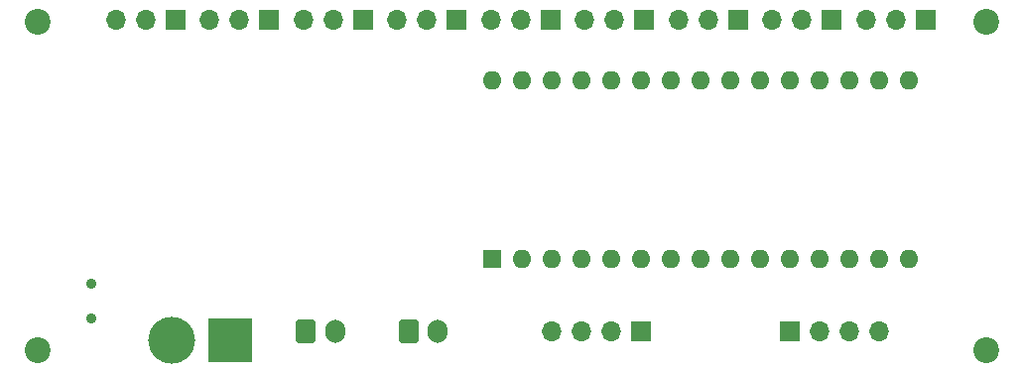
<source format=gbr>
%TF.GenerationSoftware,KiCad,Pcbnew,7.0.9*%
%TF.CreationDate,2024-01-21T19:27:48-06:00*%
%TF.ProjectId,Tei,5465692e-6b69-4636-9164-5f7063625858,1*%
%TF.SameCoordinates,Original*%
%TF.FileFunction,Soldermask,Bot*%
%TF.FilePolarity,Negative*%
%FSLAX46Y46*%
G04 Gerber Fmt 4.6, Leading zero omitted, Abs format (unit mm)*
G04 Created by KiCad (PCBNEW 7.0.9) date 2024-01-21 19:27:48*
%MOMM*%
%LPD*%
G01*
G04 APERTURE LIST*
G04 Aperture macros list*
%AMRoundRect*
0 Rectangle with rounded corners*
0 $1 Rounding radius*
0 $2 $3 $4 $5 $6 $7 $8 $9 X,Y pos of 4 corners*
0 Add a 4 corners polygon primitive as box body*
4,1,4,$2,$3,$4,$5,$6,$7,$8,$9,$2,$3,0*
0 Add four circle primitives for the rounded corners*
1,1,$1+$1,$2,$3*
1,1,$1+$1,$4,$5*
1,1,$1+$1,$6,$7*
1,1,$1+$1,$8,$9*
0 Add four rect primitives between the rounded corners*
20,1,$1+$1,$2,$3,$4,$5,0*
20,1,$1+$1,$4,$5,$6,$7,0*
20,1,$1+$1,$6,$7,$8,$9,0*
20,1,$1+$1,$8,$9,$2,$3,0*%
G04 Aperture macros list end*
%ADD10R,1.700000X1.700000*%
%ADD11O,1.700000X1.700000*%
%ADD12R,1.600000X1.600000*%
%ADD13O,1.600000X1.600000*%
%ADD14C,2.200000*%
%ADD15C,0.900000*%
%ADD16R,3.800000X3.800000*%
%ADD17C,4.000000*%
%ADD18RoundRect,0.250000X-0.600000X-0.750000X0.600000X-0.750000X0.600000X0.750000X-0.600000X0.750000X0*%
%ADD19O,1.700000X2.000000*%
G04 APERTURE END LIST*
D10*
%TO.C,J7*%
X29778059Y31675500D03*
D11*
X27238059Y31675500D03*
X24698059Y31675500D03*
%TD*%
D10*
%TO.C,J6*%
X37781184Y31675500D03*
D11*
X35241184Y31675500D03*
X32701184Y31675500D03*
%TD*%
D10*
%TO.C,J5*%
X45784309Y31675500D03*
D11*
X43244309Y31675500D03*
X40704309Y31675500D03*
%TD*%
D10*
%TO.C,J4*%
X53787434Y31675500D03*
D11*
X51247434Y31675500D03*
X48707434Y31675500D03*
%TD*%
D12*
%TO.C,A1*%
X40818684Y11285500D03*
D13*
X43358684Y11285500D03*
X45898684Y11285500D03*
X48438684Y11285500D03*
X50978684Y11285500D03*
X53518684Y11285500D03*
X56058684Y11285500D03*
X58598684Y11285500D03*
X61138684Y11285500D03*
X63678684Y11285500D03*
X66218684Y11285500D03*
X68758684Y11285500D03*
X71298684Y11285500D03*
X73838684Y11285500D03*
X76378684Y11285500D03*
X76378684Y26525500D03*
X73838684Y26525500D03*
X71298684Y26525500D03*
X68758684Y26525500D03*
X66218684Y26525500D03*
X63678684Y26525500D03*
X61138684Y26525500D03*
X58598684Y26525500D03*
X56058684Y26525500D03*
X53518684Y26525500D03*
X50978684Y26525500D03*
X48438684Y26525500D03*
X45898684Y26525500D03*
X43358684Y26525500D03*
X40818684Y26525500D03*
%TD*%
D10*
%TO.C,Bluetooth Adapter*%
X53518684Y5125500D03*
D11*
X50978684Y5125500D03*
X48438684Y5125500D03*
X45898684Y5125500D03*
%TD*%
D14*
%TO.C,H4*%
X83000000Y3500000D03*
%TD*%
D10*
%TO.C,J2*%
X69793684Y31675500D03*
D11*
X67253684Y31675500D03*
X64713684Y31675500D03*
%TD*%
D15*
%TO.C,SW1*%
X6613684Y9195500D03*
X6613684Y6195500D03*
%TD*%
D10*
%TO.C,J12*%
X77796809Y31675500D03*
D11*
X75256809Y31675500D03*
X72716809Y31675500D03*
%TD*%
D14*
%TO.C,H3*%
X2000000Y3500000D03*
%TD*%
D10*
%TO.C,J3*%
X61790559Y31675500D03*
D11*
X59250559Y31675500D03*
X56710559Y31675500D03*
%TD*%
D14*
%TO.C,H1*%
X2000000Y31500000D03*
%TD*%
D10*
%TO.C,J8*%
X21774934Y31675500D03*
D11*
X19234934Y31675500D03*
X16694934Y31675500D03*
%TD*%
D10*
%TO.C,J9*%
X13771809Y31675500D03*
D11*
X11231809Y31675500D03*
X8691809Y31675500D03*
%TD*%
D14*
%TO.C,H2*%
X83000000Y31500000D03*
%TD*%
D16*
%TO.C,J1*%
X18468684Y4295500D03*
D17*
X13468684Y4295500D03*
%TD*%
D18*
%TO.C,J14*%
X33683684Y5125500D03*
D19*
X36183684Y5125500D03*
%TD*%
D18*
%TO.C,J13*%
X24933684Y5100500D03*
D19*
X27433684Y5100500D03*
%TD*%
D10*
%TO.C,REMOTE*%
X66218684Y5125500D03*
D11*
X68758684Y5125500D03*
X71298684Y5125500D03*
X73838684Y5125500D03*
%TD*%
M02*

</source>
